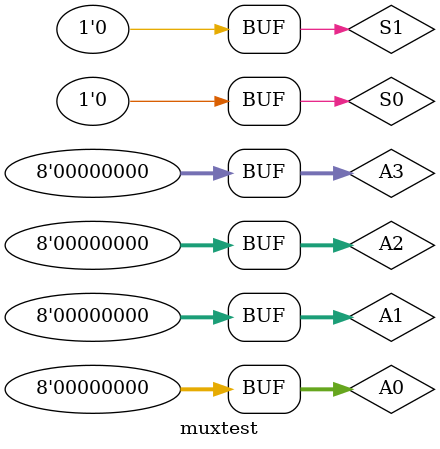
<source format=v>
`timescale 1ns / 1ps


module muxtest;

	// Inputs
	reg S0;
	reg S1;
	reg [7:0] A0;
	reg [7:0] A1;
	reg [7:0] A2;
	reg [7:0] A3;

	// Outputs
	wire [7:0] Y;

	// Instantiate the Unit Under Test (UUT)
	multiplexer uut (
		.Y(Y), 
		.S0(S0), 
		.S1(S1), 
		.A0(A0), 
		.A1(A1), 
		.A2(A2), 
		.A3(A3)
	);

	initial begin
		// Initialize Inputs
		S0 = 0;
		S1 = 0;
		A0 = 0;
		A1 = 0;
		A2 = 0;
		A3 = 0;

		// Wait 100 ns for global reset to finish
		#100;
        
		// Add stimulus here

	end
      
endmodule


</source>
